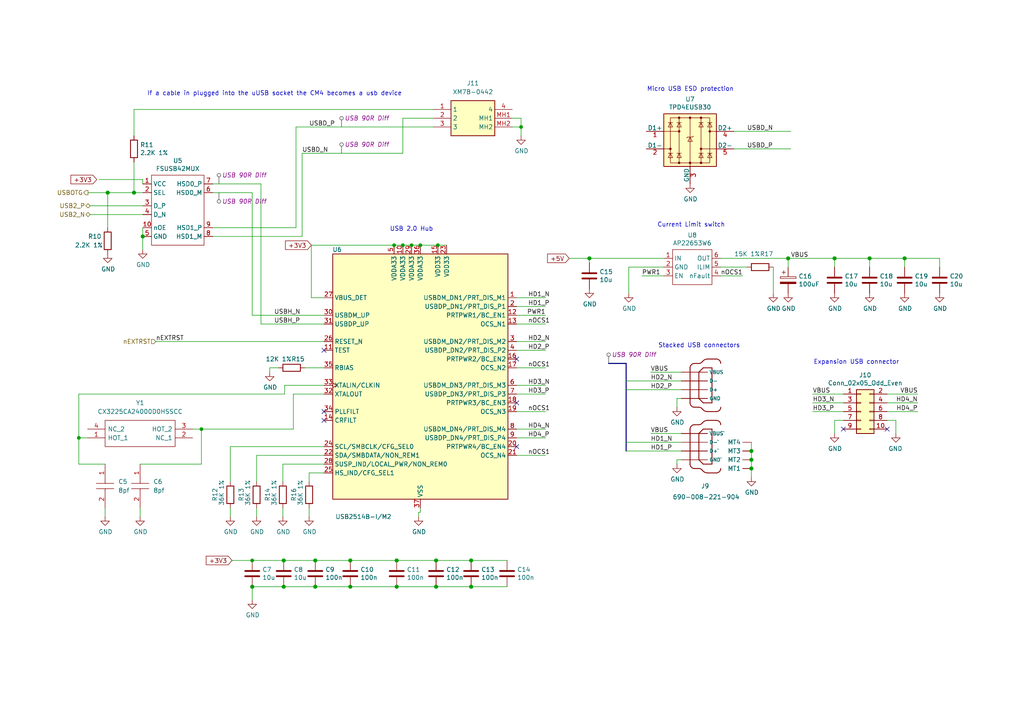
<source format=kicad_sch>
(kicad_sch (version 20230121) (generator eeschema)
  (paper "A4")
  (lib_symbols
    (symbol "CM4IO:AP2553W6"
      (property "Reference" "U" (at 3.81 -6.35 0))
      (property "Value" "AP2553W6" (at -3.81 -6.35 0))
      (symbol "AP2553W6_0_0"
        (pin power_in line (at -8.89 2.54 0) (length 2.54) (name "IN") (number "1"))
        (pin power_out line (at -8.89 0 0) (length 2.54) (name "GND") (number "2"))
        (pin input line (at -8.89 -2.54 0) (length 2.54) (name "EN") (number "3"))
        (pin open_collector line (at 7.62 -2.54 180) (length 2.54) (name "nFault") (number "4"))
        (pin passive line (at 7.62 0 180) (length 2.54) (name "ILIM") (number "5"))
        (pin power_out line (at 7.62 2.54 180) (length 2.54) (name "OUT") (number "6"))
      )
    )
    (symbol "CM4IO:FSUSB42MX"
      (property "Reference" "U" (at -7.62 20.32 0))
      (property "Value" "FSUSB42MX" (at -2.54 -2.54 0))
      (symbol "FSUSB42MX_0_0"
        (pin power_in line (at 8.89 16.51 180) (length 2.54) (name "VCC") (number "1"))
        (pin input line (at 8.89 3.81 180) (length 2.54) (name "nOE") (number "10"))
        (pin input line (at 8.89 13.97 180) (length 2.54) (name "SEL") (number "2"))
        (pin bidirectional line (at 8.89 10.16 180) (length 2.54) (name "D_P") (number "3"))
        (pin bidirectional line (at 8.89 7.62 180) (length 2.54) (name "D_N") (number "4"))
        (pin power_in line (at 8.89 1.27 180) (length 2.54) (name "GND") (number "5"))
        (pin bidirectional line (at -11.43 13.97 0) (length 2.54) (name "HSD0_M") (number "6"))
        (pin bidirectional line (at -11.43 16.51 0) (length 2.54) (name "HSD0_P") (number "7"))
        (pin bidirectional line (at -11.43 1.27 0) (length 2.54) (name "HSD1_M") (number "8"))
        (pin bidirectional line (at -11.43 3.81 0) (length 2.54) (name "HSD1_P") (number "9"))
      )
    )
    (symbol "CM4IO:TPD4EUSB30" (pin_names (offset 0))
      (property "Reference" "U" (at -0.635 8.89 0))
      (property "Value" "TPD4EUSB30" (at 8.89 -10.16 0))
      (symbol "TPD4EUSB30_1_1"
        (pin passive line (at -12.7 2.54 0) (length 5.08) (name "D1+") (number "1"))
        (pin passive line (at -12.7 2.54 0) (length 5.08) hide (name "~") (number "10"))
        (pin passive line (at -12.7 -2.54 0) (length 5.08) (name "D1-") (number "2"))
        (pin power_in line (at 0 -12.7 90) (length 5.08) (name "GND") (number "3"))
        (pin passive line (at 12.7 2.54 180) (length 5.08) (name "D2+") (number "4"))
        (pin passive line (at 12.7 -2.54 180) (length 5.08) (name "D2-") (number "5"))
        (pin passive line (at 12.7 -2.54 180) (length 5.08) hide (name "~") (number "6"))
        (pin passive line (at 12.7 2.54 180) (length 5.08) hide (name "~") (number "7"))
        (pin passive line (at 0 -12.7 90) (length 5.08) hide (name "GND") (number "8"))
        (pin passive line (at -12.7 -2.54 0) (length 5.08) hide (name "~") (number "9"))
      )
    )
    (symbol "CM4IO:USB_67298-4090" (pin_numbers hide)
      (property "Reference" "J" (at -5.08 21.6408 0))
      (property "Value" "USB_67298-4090" (at -5.08 -17.8054 0))
      (symbol "USB_67298-4090_0_0"
        (pin power_in line (at -7.62 -2.54 0) (length 7.62) (name "VBUS`") (number "1"))
        (pin passive line (at -7.62 -5.08 0) (length 7.62) (name "D-`") (number "2"))
        (pin passive line (at -7.62 -7.62 0) (length 7.62) (name "D+`") (number "3"))
        (pin power_in line (at -7.62 -10.16 0) (length 7.62) (name "GND`") (number "4"))
        (pin power_in line (at -7.62 15.24 0) (length 7.62) (name "VBUS") (number "5"))
        (pin passive line (at -7.62 12.7 0) (length 7.62) (name "D-") (number "6"))
        (pin passive line (at -7.62 10.16 0) (length 7.62) (name "D+") (number "7"))
        (pin power_in line (at -7.62 7.62 0) (length 7.62) (name "GND") (number "8"))
        (pin passive line (at 12.7 -12.7 180) (length 2.54) (name "MT1") (number "MT1"))
        (pin passive line (at 12.7 -10.16 180) (length 2.54) (name "MT2") (number "MT2"))
        (pin passive line (at 12.7 -7.62 180) (length 2.54) (name "MT3") (number "MT3"))
        (pin passive line (at 12.7 -5.08 180) (length 2.54) (name "MT4") (number "MT4"))
      )
    )
    (symbol "Connector_Generic:Conn_02x05_Odd_Even" (pin_names hide)
      (property "Reference" "J" (at 1.27 7.62 0))
      (property "Value" "Conn_02x05_Odd_Even" (at 1.27 -7.62 0))
      (symbol "Conn_02x05_Odd_Even_1_1"
        (pin passive line (at -5.08 5.08 0) (length 3.81) (name "Pin_1") (number "1"))
        (pin passive line (at 7.62 -5.08 180) (length 3.81) (name "Pin_10") (number "10"))
        (pin passive line (at 7.62 5.08 180) (length 3.81) (name "Pin_2") (number "2"))
        (pin passive line (at -5.08 2.54 0) (length 3.81) (name "Pin_3") (number "3"))
        (pin passive line (at 7.62 2.54 180) (length 3.81) (name "Pin_4") (number "4"))
        (pin passive line (at -5.08 0 0) (length 3.81) (name "Pin_5") (number "5"))
        (pin passive line (at 7.62 0 180) (length 3.81) (name "Pin_6") (number "6"))
        (pin passive line (at -5.08 -2.54 0) (length 3.81) (name "Pin_7") (number "7"))
        (pin passive line (at 7.62 -2.54 180) (length 3.81) (name "Pin_8") (number "8"))
        (pin passive line (at -5.08 -5.08 0) (length 3.81) (name "Pin_9") (number "9"))
      )
    )
    (symbol "Device:C" (pin_numbers hide) (pin_names (offset 0.254))
      (property "Reference" "C" (at 0.635 2.54 0))
      (property "Value" "C" (at 0.635 -2.54 0))
      (symbol "C_1_1"
        (pin passive line (at 0 3.81 270) (length 2.794) (name "~") (number "1"))
        (pin passive line (at 0 -3.81 90) (length 2.794) (name "~") (number "2"))
      )
    )
    (symbol "Device:CP" (pin_numbers hide) (pin_names (offset 0.254))
      (property "Reference" "C" (at 0.635 2.54 0))
      (property "Value" "CP" (at 0.635 -2.54 0))
      (symbol "CP_1_1"
        (pin passive line (at 0 3.81 270) (length 2.794) (name "~") (number "1"))
        (pin passive line (at 0 -3.81 90) (length 2.794) (name "~") (number "2"))
      )
    )
    (symbol "Device:R" (pin_numbers hide) (pin_names (offset 0))
      (property "Reference" "R" (at 2.032 0 90))
      (property "Value" "R" (at 0 0 90))
      (symbol "R_1_1"
        (pin passive line (at 0 3.81 270) (length 1.27) (name "~") (number "1"))
        (pin passive line (at 0 -3.81 90) (length 1.27) (name "~") (number "2"))
      )
    )
    (symbol "Interface_USB:USB2514B_Bi"
      (property "Reference" "U" (at -17.78 40.64 0))
      (property "Value" "USB2514B_Bi" (at -20.32 38.1 0))
      (symbol "USB2514B_Bi_1_1"
        (pin bidirectional line (at 27.94 22.86 180) (length 2.54) (name "USBDM_DN1/PRT_DIS_M1") (number "1"))
        (pin power_in line (at -5.08 38.1 270) (length 2.54) (name "VDDA33") (number "10"))
        (pin input line (at -27.94 7.62 0) (length 2.54) (name "TEST") (number "11"))
        (pin bidirectional line (at 27.94 17.78 180) (length 2.54) (name "PRTPWR1/BC_EN1") (number "12"))
        (pin input line (at 27.94 15.24 180) (length 2.54) (name "OCS_N1") (number "13"))
        (pin input line (at -27.94 -12.7 0) (length 2.54) (name "CRFILT") (number "14"))
        (pin power_in line (at 5.08 38.1 270) (length 2.54) (name "VDD33") (number "15"))
        (pin bidirectional line (at 27.94 5.08 180) (length 2.54) (name "PRTPWR2/BC_EN2") (number "16"))
        (pin input line (at 27.94 2.54 180) (length 2.54) (name "OCS_N2") (number "17"))
        (pin bidirectional line (at 27.94 -7.62 180) (length 2.54) (name "PRTPWR3/BC_EN3") (number "18"))
        (pin input line (at 27.94 -10.16 180) (length 2.54) (name "OCS_N3") (number "19"))
        (pin bidirectional line (at 27.94 20.32 180) (length 2.54) (name "USBDP_DN1/PRT_DIS_P1") (number "2"))
        (pin bidirectional line (at 27.94 -20.32 180) (length 2.54) (name "PRTPWR4/BC_EN4") (number "20"))
        (pin input line (at 27.94 -22.86 180) (length 2.54) (name "OCS_N4") (number "21"))
        (pin bidirectional line (at -27.94 -22.86 0) (length 2.54) (name "SDA/SMBDATA/NON_REM1") (number "22"))
        (pin power_in line (at 7.62 38.1 270) (length 2.54) (name "VDD33") (number "23"))
        (pin bidirectional line (at -27.94 -20.32 0) (length 2.54) (name "SCL/SMBCLK/CFG_SEL0") (number "24"))
        (pin bidirectional line (at -27.94 -27.94 0) (length 2.54) (name "HS_IND/CFG_SEL1") (number "25"))
        (pin input line (at -27.94 10.16 0) (length 2.54) (name "RESET_N") (number "26"))
        (pin input line (at -27.94 22.86 0) (length 2.54) (name "VBUS_DET") (number "27"))
        (pin bidirectional line (at -27.94 -25.4 0) (length 2.54) (name "SUSP_IND/LOCAL_PWR/NON_REM0") (number "28"))
        (pin power_in line (at -2.54 38.1 270) (length 2.54) (name "VDDA33") (number "29"))
        (pin bidirectional line (at 27.94 10.16 180) (length 2.54) (name "USBDM_DN2/PRT_DIS_M2") (number "3"))
        (pin bidirectional line (at -27.94 17.78 0) (length 2.54) (name "USBDM_UP") (number "30"))
        (pin bidirectional line (at -27.94 15.24 0) (length 2.54) (name "USBDP_UP") (number "31"))
        (pin output line (at -27.94 -5.08 0) (length 2.54) (name "XTALOUT") (number "32"))
        (pin input clock (at -27.94 -2.54 0) (length 2.54) (name "XTALIN/CLKIN") (number "33"))
        (pin input line (at -27.94 -10.16 0) (length 2.54) (name "PLLFILT") (number "34"))
        (pin input line (at -27.94 2.54 0) (length 2.54) (name "RBIAS") (number "35"))
        (pin power_in line (at 0 38.1 270) (length 2.54) (name "VDDA33") (number "36"))
        (pin power_in line (at 0 -38.1 90) (length 2.54) (name "VSS") (number "37"))
        (pin bidirectional line (at 27.94 7.62 180) (length 2.54) (name "USBDP_DN2/PRT_DIS_P2") (number "4"))
        (pin power_in line (at -7.62 38.1 270) (length 2.54) (name "VDDA33") (number "5"))
        (pin bidirectional line (at 27.94 -2.54 180) (length 2.54) (name "USBDM_DN3/PRT_DIS_M3") (number "6"))
        (pin bidirectional line (at 27.94 -5.08 180) (length 2.54) (name "USBDP_DN3/PRT_DIS_P3") (number "7"))
        (pin bidirectional line (at 27.94 -15.24 180) (length 2.54) (name "USBDM_DN4/PRT_DIS_M4") (number "8"))
        (pin bidirectional line (at 27.94 -17.78 180) (length 2.54) (name "USBDP_DN4/PRT_DIS_P4") (number "9"))
      )
    )
    (symbol "SamacSys_Parts:0402YA8R0DAT2A" (pin_names (offset 0.762))
      (property "Reference" "C" (at 8.89 6.35 0))
      (property "Value" "0402YA8R0DAT2A" (at 8.89 3.81 0))
      (symbol "0402YA8R0DAT2A_0_0"
        (pin passive line (at 0 0 0) (length 5.08) (name "~") (number "1"))
        (pin passive line (at 12.7 0 180) (length 5.08) (name "~") (number "2"))
      )
    )
    (symbol "SamacSys_Parts:CX3225CA24000D0HSSCC" (pin_names (offset 0.762))
      (property "Reference" "Y" (at 26.67 7.62 0))
      (property "Value" "CX3225CA24000D0HSSCC" (at 26.67 5.08 0))
      (symbol "CX3225CA24000D0HSSCC_0_0"
        (pin passive line (at 0 -2.54 0) (length 5.08) (name "HOT_1") (number "1"))
        (pin passive line (at 30.48 -2.54 180) (length 5.08) (name "NC_1") (number "2"))
        (pin passive line (at 30.48 0 180) (length 5.08) (name "HOT_2") (number "3"))
        (pin passive line (at 0 0 0) (length 5.08) (name "NC_2") (number "4"))
      )
    )
    (symbol "SamacSys_Parts:XM7B-0442"
      (property "Reference" "J" (at 19.05 7.62 0))
      (property "Value" "XM7B-0442" (at 19.05 5.08 0))
      (symbol "XM7B-0442_1_1"
        (pin passive line (at 0 0 0) (length 5.08) (name "1") (number "1"))
        (pin passive line (at 0 -2.54 0) (length 5.08) (name "2") (number "2"))
        (pin passive line (at 0 -5.08 0) (length 5.08) (name "3") (number "3"))
        (pin passive line (at 22.86 0 180) (length 5.08) (name "4") (number "4"))
        (pin passive line (at 22.86 -2.54 180) (length 5.08) (name "MH1") (number "MH1"))
        (pin passive line (at 22.86 -5.08 180) (length 5.08) (name "MH2") (number "MH2"))
      )
    )
    (symbol "power:GND" (power) (pin_names (offset 0))
      (property "Value" "GND" (at 0 -3.81 0))
      (symbol "GND_1_1"
        (pin power_in line (at 0 0 270) (length 0) hide (name "GND") (number "1"))
      )
    )
  )
  (junction (at 114.3 71.12))
  (junction (at 262.382 74.93) (diameter 1.016))
  (junction (at 119.38 71.12))
  (junction (at 170.942 74.93) (diameter 1.016))
  (junction (at 82.296 162.56) (diameter 1.016))
  (junction (at 121.92 71.12))
  (junction (at 115.062 170.18) (diameter 1.016))
  (junction (at 242.062 74.93) (diameter 1.016))
  (junction (at 217.932 133.35) (diameter 1.016))
  (junction (at 136.652 170.18) (diameter 1.016))
  (junction (at 41.402 68.58) (diameter 1.016))
  (junction (at 58.42 124.46))
  (junction (at 115.062 162.56) (diameter 1.016))
  (junction (at 31.242 55.88) (diameter 1.016))
  (junction (at 126.492 162.56) (diameter 1.016))
  (junction (at 228.6 74.93) (diameter 1.016))
  (junction (at 101.6 162.56) (diameter 1.016))
  (junction (at 22.86 127))
  (junction (at 136.652 162.56) (diameter 1.016))
  (junction (at 91.44 162.56) (diameter 1.016))
  (junction (at 73.152 170.18) (diameter 1.016))
  (junction (at 217.932 130.81) (diameter 1.016))
  (junction (at 126.492 170.18) (diameter 1.016))
  (junction (at 82.296 170.18) (diameter 1.016))
  (junction (at 38.862 55.88) (diameter 1.016))
  (junction (at 252.222 74.93) (diameter 1.016))
  (junction (at 217.932 135.89) (diameter 1.016))
  (junction (at 73.152 162.56))
  (junction (at 127 71.12))
  (junction (at 91.44 170.18) (diameter 1.016))
  (junction (at 151.13 36.83))
  (junction (at 116.84 71.12))
  (junction (at 101.6 170.18) (diameter 1.016))
  (no_connect (at 93.98 101.6))
  (no_connect (at 149.86 129.54))
  (no_connect (at 93.98 119.38))
  (no_connect (at 257.302 124.46))
  (no_connect (at 149.86 116.84))
  (no_connect (at 244.602 124.46))
  (no_connect (at 149.86 104.14))
  (no_connect (at 93.98 121.92))
  (wire (pts (xy 235.712 116.84) (xy 244.602 116.84)))
  (wire (pts (xy 242.062 77.47) (xy 242.062 74.93)))
  (wire (pts (xy 149.86 114.3) (xy 158.242 114.3)))
  (wire (pts (xy 228.6 74.93) (xy 242.062 74.93)))
  (wire (pts (xy 116.84 34.29) (xy 125.73 34.29)))
  (wire (pts (xy 61.722 66.04) (xy 85.852 66.04)))
  (wire (pts (xy 38.862 46.99) (xy 38.862 55.88)))
  (wire (pts (xy 209.042 74.93) (xy 228.6 74.93)))
  (wire (pts (xy 25.4 127) (xy 22.86 127)))
  (wire (pts (xy 74.422 147.32) (xy 74.422 149.86)))
  (wire (pts (xy 182.372 77.47) (xy 182.372 85.09)))
  (wire (pts (xy 28.702 52.07) (xy 41.402 52.07)))
  (wire (pts (xy 136.652 170.18) (xy 147.066 170.18)))
  (wire (pts (xy 82.042 139.7) (xy 82.042 134.62)))
  (wire (pts (xy 90.297 86.36) (xy 90.297 71.12)))
  (wire (pts (xy 45.212 99.06) (xy 93.98 99.06)))
  (wire (pts (xy 259.842 121.92) (xy 259.842 125.73)))
  (wire (pts (xy 136.652 162.56) (xy 147.066 162.56)))
  (wire (pts (xy 58.42 124.46) (xy 55.88 124.46)))
  (wire (pts (xy 209.042 80.01) (xy 215.392 80.01)))
  (bus (pts (xy 181.61 130.81) (xy 181.61 105.41)))
  (wire (pts (xy 91.44 170.18) (xy 101.6 170.18)))
  (wire (pts (xy 127 71.12) (xy 129.54 71.12)))
  (wire (pts (xy 228.6 74.93) (xy 228.6 77.47)))
  (wire (pts (xy 61.722 55.88) (xy 73.152 55.88)))
  (wire (pts (xy 149.86 99.06) (xy 158.242 99.06)))
  (wire (pts (xy 266.192 116.84) (xy 257.302 116.84)))
  (wire (pts (xy 149.86 124.46) (xy 158.242 124.46)))
  (wire (pts (xy 242.062 121.92) (xy 244.602 121.92)))
  (wire (pts (xy 188.722 125.73) (xy 197.612 125.73)))
  (wire (pts (xy 73.152 170.18) (xy 82.296 170.18)))
  (wire (pts (xy 101.6 170.18) (xy 115.062 170.18)))
  (wire (pts (xy 170.942 76.2) (xy 170.942 74.93)))
  (wire (pts (xy 85.852 36.83) (xy 125.73 36.83)))
  (wire (pts (xy 165.1 74.93) (xy 170.942 74.93)))
  (wire (pts (xy 80.772 106.68) (xy 78.232 106.68)))
  (wire (pts (xy 262.382 74.93) (xy 272.542 74.93)))
  (wire (pts (xy 257.302 121.92) (xy 259.842 121.92)))
  (wire (pts (xy 78.232 106.68) (xy 78.232 107.95)))
  (wire (pts (xy 121.92 147.32) (xy 121.92 148.59)))
  (wire (pts (xy 22.86 114.3) (xy 82.55 114.3)))
  (wire (pts (xy 149.86 101.6) (xy 158.242 101.6)))
  (wire (pts (xy 116.84 34.29) (xy 116.84 44.45)))
  (wire (pts (xy 149.86 119.38) (xy 158.242 119.38)))
  (wire (pts (xy 61.722 68.58) (xy 87.63 68.58)))
  (wire (pts (xy 235.712 119.38) (xy 244.602 119.38)))
  (wire (pts (xy 242.062 74.93) (xy 252.222 74.93)))
  (wire (pts (xy 90.297 71.12) (xy 114.3 71.12)))
  (bus (pts (xy 176.53 105.41) (xy 181.61 105.41)))
  (wire (pts (xy 93.98 114.3) (xy 85.09 114.3)))
  (wire (pts (xy 119.38 71.12) (xy 121.92 71.12)))
  (wire (pts (xy 75.692 93.98) (xy 93.98 93.98)))
  (wire (pts (xy 91.44 162.56) (xy 101.6 162.56)))
  (wire (pts (xy 38.862 55.88) (xy 31.242 55.88)))
  (wire (pts (xy 74.422 132.08) (xy 93.98 132.08)))
  (wire (pts (xy 38.862 31.75) (xy 125.73 31.75)))
  (wire (pts (xy 26.162 59.69) (xy 41.402 59.69)))
  (wire (pts (xy 82.55 111.76) (xy 93.98 111.76)))
  (wire (pts (xy 209.042 77.47) (xy 216.662 77.47)))
  (wire (pts (xy 66.802 147.32) (xy 66.802 149.86)))
  (wire (pts (xy 151.13 39.37) (xy 151.13 36.83)))
  (wire (pts (xy 197.612 115.57) (xy 196.342 115.57)))
  (wire (pts (xy 272.542 77.47) (xy 272.542 74.93)))
  (wire (pts (xy 58.42 134.62) (xy 58.42 124.46)))
  (wire (pts (xy 252.222 74.93) (xy 252.222 77.47)))
  (wire (pts (xy 181.61 128.27) (xy 197.612 128.27)))
  (wire (pts (xy 85.09 114.3) (xy 85.09 124.46)))
  (wire (pts (xy 38.862 39.37) (xy 38.862 31.75)))
  (wire (pts (xy 197.612 133.35) (xy 196.342 133.35)))
  (wire (pts (xy 41.402 53.34) (xy 41.402 52.07)))
  (wire (pts (xy 149.86 111.76) (xy 158.242 111.76)))
  (wire (pts (xy 266.192 119.38) (xy 257.302 119.38)))
  (wire (pts (xy 93.98 91.44) (xy 73.152 91.44)))
  (wire (pts (xy 149.86 106.68) (xy 158.242 106.68)))
  (wire (pts (xy 181.61 110.49) (xy 197.612 110.49)))
  (wire (pts (xy 82.296 162.56) (xy 91.44 162.56)))
  (wire (pts (xy 85.852 66.04) (xy 85.852 36.83)))
  (wire (pts (xy 252.222 74.93) (xy 262.382 74.93)))
  (wire (pts (xy 196.342 133.35) (xy 196.342 134.62)))
  (wire (pts (xy 149.86 86.36) (xy 158.242 86.36)))
  (wire (pts (xy 196.342 115.57) (xy 196.342 118.11)))
  (wire (pts (xy 82.55 114.3) (xy 82.55 111.76)))
  (wire (pts (xy 89.662 137.16) (xy 93.98 137.16)))
  (wire (pts (xy 149.86 132.08) (xy 158.242 132.08)))
  (wire (pts (xy 115.062 162.56) (xy 126.492 162.56)))
  (wire (pts (xy 89.662 139.7) (xy 89.662 137.16)))
  (wire (pts (xy 115.062 170.18) (xy 126.492 170.18)))
  (wire (pts (xy 66.802 139.7) (xy 66.802 129.54)))
  (wire (pts (xy 89.662 147.32) (xy 89.662 149.86)))
  (wire (pts (xy 212.852 38.1) (xy 229.362 38.1)))
  (wire (pts (xy 73.152 173.99) (xy 73.152 170.18)))
  (wire (pts (xy 266.192 114.3) (xy 257.302 114.3)))
  (wire (pts (xy 217.932 135.89) (xy 217.932 138.43)))
  (wire (pts (xy 181.61 130.81) (xy 197.612 130.81)))
  (wire (pts (xy 114.3 71.12) (xy 116.84 71.12)))
  (wire (pts (xy 82.042 147.32) (xy 82.042 149.86)))
  (wire (pts (xy 74.422 139.7) (xy 74.422 132.08)))
  (wire (pts (xy 212.852 43.18) (xy 229.362 43.18)))
  (wire (pts (xy 73.152 55.88) (xy 73.152 91.44)))
  (wire (pts (xy 181.61 113.03) (xy 197.612 113.03)))
  (wire (pts (xy 75.692 53.34) (xy 75.692 93.98)))
  (wire (pts (xy 85.09 124.46) (xy 58.42 124.46)))
  (wire (pts (xy 186.182 80.01) (xy 192.532 80.01)))
  (wire (pts (xy 170.942 74.93) (xy 192.532 74.93)))
  (wire (pts (xy 26.162 62.23) (xy 41.402 62.23)))
  (wire (pts (xy 87.63 68.58) (xy 87.63 44.45)))
  (wire (pts (xy 149.86 91.44) (xy 158.242 91.44)))
  (wire (pts (xy 116.84 71.12) (xy 119.38 71.12)))
  (wire (pts (xy 235.712 114.3) (xy 244.602 114.3)))
  (wire (pts (xy 149.86 88.9) (xy 158.242 88.9)))
  (wire (pts (xy 262.382 74.93) (xy 262.382 77.47)))
  (wire (pts (xy 149.86 127) (xy 158.242 127)))
  (wire (pts (xy 87.63 44.45) (xy 116.84 44.45)))
  (wire (pts (xy 40.64 147.32) (xy 40.64 149.86)))
  (wire (pts (xy 41.402 68.58) (xy 41.402 72.39)))
  (wire (pts (xy 121.412 148.59) (xy 121.412 149.86)))
  (wire (pts (xy 67.31 162.56) (xy 73.152 162.56)))
  (wire (pts (xy 82.042 134.62) (xy 93.98 134.62)))
  (wire (pts (xy 121.92 71.12) (xy 127 71.12)))
  (wire (pts (xy 40.64 134.62) (xy 58.42 134.62)))
  (wire (pts (xy 41.402 55.88) (xy 38.862 55.88)))
  (wire (pts (xy 192.532 77.47) (xy 182.372 77.47)))
  (wire (pts (xy 151.13 34.29) (xy 148.59 34.29)))
  (wire (pts (xy 25.527 55.88) (xy 31.242 55.88)))
  (wire (pts (xy 73.152 162.56) (xy 82.296 162.56)))
  (wire (pts (xy 30.48 147.32) (xy 30.48 149.86)))
  (wire (pts (xy 22.86 127) (xy 22.86 114.3)))
  (wire (pts (xy 31.242 55.88) (xy 31.242 66.04)))
  (wire (pts (xy 148.59 36.83) (xy 151.13 36.83)))
  (wire (pts (xy 22.86 134.62) (xy 22.86 127)))
  (wire (pts (xy 30.48 134.62) (xy 22.86 134.62)))
  (wire (pts (xy 82.296 170.18) (xy 91.44 170.18)))
  (wire (pts (xy 88.392 106.68) (xy 93.98 106.68)))
  (wire (pts (xy 61.722 53.34) (xy 75.692 53.34)))
  (wire (pts (xy 217.932 130.81) (xy 217.932 133.35)))
  (wire (pts (xy 149.86 93.98) (xy 158.242 93.98)))
  (wire (pts (xy 41.402 66.04) (xy 41.402 68.58)))
  (wire (pts (xy 151.13 36.83) (xy 151.13 34.29)))
  (wire (pts (xy 121.92 148.59) (xy 121.412 148.59)))
  (wire (pts (xy 217.932 133.35) (xy 217.932 135.89)))
  (wire (pts (xy 217.932 128.27) (xy 217.932 130.81)))
  (wire (pts (xy 224.282 77.47) (xy 224.282 85.09)))
  (wire (pts (xy 93.98 86.36) (xy 90.297 86.36)))
  (wire (pts (xy 242.062 121.92) (xy 242.062 125.73)))
  (wire (pts (xy 126.492 162.56) (xy 136.652 162.56)))
  (wire (pts (xy 66.802 129.54) (xy 93.98 129.54)))
  (wire (pts (xy 101.6 162.56) (xy 115.062 162.56)))
  (wire (pts (xy 126.492 170.18) (xy 136.652 170.18)))
  (wire (pts (xy 188.722 107.95) (xy 197.612 107.95)))
  (text "Current Limit switch" (at 210.312 66.04 0) (effects (font (size 1.27 1.27)) (justify right bottom)))
  (text "If a cable in plugged into the uUSB socket the CM4 becomes a usb device" (at 42.672 27.94 0) (effects (font (size 1.27 1.27)) (justify left bottom)))
  (text "USB 2.0 Hub" (at 125.6538 67.2592 0) (effects (font (size 1.27 1.27)) (justify right bottom)))
  (text "Micro USB ESD protection" (at 212.852 26.67 0) (effects (font (size 1.27 1.27)) (justify right bottom)))
  (text "Stacked USB connectors" (at 214.6808 101.0412 0) (effects (font (size 1.27 1.27)) (justify right bottom)))
  (text "Expansion USB connector" (at 260.8326 105.8418 0) (effects (font (size 1.27 1.27)) (justify right bottom)))
  (label "HD3_N" (at 153.162 111.76 0))
  (label "USBH_N" (at 79.502 91.44 0))
  (label "HD4_N" (at 153.162 124.46 0))
  (label "VBUS" (at 188.722 107.95 0))
  (label "VBUS" (at 235.712 114.3 0))
  (label "PWR1" (at 158.242 91.44 180))
  (label "HD2_N" (at 188.722 110.49 0))
  (label "PWR1" (at 186.182 80.01 0))
  (label "HD1_P" (at 188.722 130.81 0))
  (label "nOCS1" (at 153.162 132.08 0))
  (label "HD1_P" (at 153.162 88.9 0))
  (label "VBUS" (at 266.192 114.3 180))
  (label "VBUS" (at 229.362 74.93 0))
  (label "USBD_P" (at 89.662 36.83 0))
  (label "USBH_P" (at 79.502 93.98 0))
  (label "HD4_N" (at 266.192 116.84 180))
  (label "USBD_N" (at 87.63 44.45 0))
  (label "HD3_P" (at 235.712 119.38 0))
  (label "HD4_P" (at 153.162 127 0))
  (label "HD2_P" (at 153.162 101.6 0))
  (label "nOCS1" (at 153.162 93.98 0))
  (label "nOCS1" (at 153.162 119.38 0))
  (label "HD1_N" (at 153.162 86.36 0))
  (label "USBD_N" (at 216.662 38.1 0))
  (label "nOCS1" (at 209.042 80.01 0))
  (label "nOCS1" (at 153.162 106.68 0))
  (label "HD3_P" (at 153.162 114.3 0))
  (label "HD2_P" (at 188.722 113.03 0))
  (label "HD2_N" (at 153.162 99.06 0))
  (label "VBUS" (at 188.722 125.73 0))
  (label "HD4_P" (at 266.192 119.38 180))
  (label "USBD_P" (at 216.662 43.18 0))
  (label "nEXTRST" (at 45.212 99.06 0))
  (label "HD1_N" (at 188.722 128.27 0))
  (label "HD3_N" (at 235.712 116.84 0))
  (global_label "+5V" (shape input) (at 165.1 74.93 180) (property "Intersheetrefs" "${INTERSHEET_REFS}" (effects hide)))
  (global_label "+3V3" (shape input) (at 28.067 52.07 180) (property "Intersheetrefs" "${INTERSHEET_REFS}" (effects hide)))
  (global_label "+3V3" (shape input) (at 67.31 162.56 180) (property "Intersheetrefs" "${INTERSHEET_REFS}" (effects hide)))
  (global_label "+3V3" (shape input) (at 90.297 71.12 180) (property "Intersheetrefs" "${INTERSHEET_REFS}" (effects hide)))
  (hierarchical_label "USB2_N" (shape bidirectional) (at 26.162 62.23 180))
  (hierarchical_label "nEXTRST" (shape input) (at 45.212 99.06 180))
  (hierarchical_label "USB2_P" (shape bidirectional) (at 26.162 59.69 180))
  (hierarchical_label "USBOTG" (shape output) (at 25.527 55.88 180))
  (netclass_flag "" (length 2.54) (shape round) (at 99.06 44.45 0) (property "Netclass" "USB 90R Diff" (at 99.949 41.91 0) (effects (font italic) (justify left))))
  (netclass_flag "" (length 2.54) (shape round) (at 63.5 53.34 0) (property "Netclass" "USB 90R Diff" (at 64.389 50.8 0) (effects (font italic) (justify left))))
  (netclass_flag "" (length 2.54) (shape round) (at 176.53 105.41 0) (property "Netclass" "USB 90R Diff" (at 177.419 102.87 0) (effects (font italic) (justify left))))
  (netclass_flag "" (length 2.54) (shape round) (at 99.06 36.83 0) (property "Netclass" "USB 90R Diff" (at 99.949 34.29 0) (effects (font italic) (justify left))))
  (netclass_flag "" (length 2.54) (shape round) (at 63.5 55.88 180) (property "Netclass" "USB 90R Diff" (at 64.389 58.42 0) (effects (font italic) (justify left))))
  (symbol (lib_id "Device:R") (at 31.242 69.85 0) (unit 1)
    (property "Reference" "R10" (at 25.527 68.58 0) (effects (justify left)))
    (property "Value" "2.2K 1%" (at 21.717 71.12 0) (effects (justify left)))
    (property "Footprint" "Resistor_SMD:R_0402_1005Metric" (effects hide))
    (property "Datasheet" "https://fscdn.rohm.com/en/products/databook/datasheet/passive/resistor/chip_resistor/mcr-e.pdf" (effects hide))
    (property "Field4" "Farnell" (effects hide))
    (property "Field5" "9239278" (effects hide))
    (property "Field7" "KOA EUROPE GMBH" (effects hide))
    (property "Field6" "RK73G1ETQTP2201D         " (effects hide))
    (property "Part Description" "Resistor 2.2K M1005 1% 63mW" (effects hide))
    (property "Field8" "120889581" (effects hide))
    (instances (project "rpi-cm4-base-carrier" (path "" (reference "R10") (unit 1))) (project "CM4IOv5" (path "" (reference "R11") (unit 1))))
  )
  (symbol (lib_id "power:GND") (at 78.232 107.95 0) (unit 1)
    (property "Reference" "#PWR030" (effects hide))
    (property "Value" "GND" (at 78.359 112.3442 0))
    (instances (project "rpi-cm4-base-carrier" (path "" (reference "#PWR030") (unit 1))) (project "CM4IOv5" (path "" (reference "#PWR010") (unit 1))))
  )
  (symbol (lib_id "Device:R") (at 82.042 143.51 0) (unit 1)
    (property "Reference" "R14" (at 77.597 145.415 90) (effects (justify left)))
    (property "Value" "36K 1%" (at 79.502 146.685 90) (effects (justify left)))
    (property "Footprint" "Resistor_SMD:R_0402_1005Metric" (effects hide))
    (property "Datasheet" "https://fscdn.rohm.com/en/products/databook/datasheet/passive/resistor/chip_resistor/mcr-e.pdf" (effects hide))
    (property "Field4" "Farnell" (effects hide))
    (property "Field5" "1458788" (effects hide))
    (property "Field7" "Rohm" (effects hide))
    (property "Field6" "MCR01MZPF3602" (effects hide))
    (property "Part Description" "Resistor 36K M1005 1% 63mW" (effects hide))
  )
  (symbol (lib_id "power:GND") (at 30.48 149.86 0) (unit 1)
    (property "Reference" "#PWR023" (effects hide))
    (property "Value" "GND" (at 30.607 154.2542 0))
    (instances (project "rpi-cm4-base-carrier" (path "" (reference "#PWR023") (unit 1))) (project "CM4IOv5" (path "" (reference "#PWR08") (unit 1))))
  )
  (symbol (lib_id "power:GND") (at 66.802 149.86 0) (unit 1)
    (property "Reference" "#PWR027" (effects hide))
    (property "Value" "GND" (at 66.929 154.2542 0))
    (instances (project "rpi-cm4-base-carrier" (path "" (reference "#PWR027") (unit 1))) (project "CM4IOv5" (path "" (reference "#PWR08") (unit 1))))
  )
  (symbol (lib_id "power:GND") (at 252.222 85.09 0) (unit 1)
    (property "Reference" "#PWR045" (effects hide))
    (property "Value" "GND" (at 252.349 89.4842 0))
    (instances (project "rpi-cm4-base-carrier" (path "" (reference "#PWR045") (unit 1))) (project "CM4IOv5" (path "" (reference "#PWR018") (unit 1))))
  )
  (symbol (lib_id "power:GND") (at 74.422 149.86 0) (unit 1)
    (property "Reference" "#PWR029" (effects hide))
    (property "Value" "GND" (at 74.549 154.2542 0))
    (instances (project "rpi-cm4-base-carrier" (path "" (reference "#PWR029") (unit 1))) (project "CM4IOv5" (path "" (reference "#PWR09") (unit 1))))
  )
  (symbol (lib_id "Device:C") (at 170.942 80.01 0) (unit 1)
    (property "Reference" "C15" (at 173.863 78.8416 0) (effects (justify left)))
    (property "Value" "10u" (at 173.863 81.153 0) (effects (justify left)))
    (property "Footprint" "Capacitor_SMD:C_0805_2012Metric" (effects hide))
    (property "Datasheet" "https://search.murata.co.jp/Ceramy/image/img/A01X/G101/ENG/GRM21BR71A106KA73-01.pdf" (effects hide))
    (property "Field5" "490-14381-1-ND" (effects hide))
    (property "Field4" "Digikey" (effects hide))
    (property "Field6" "GRM21BR71A106KA73L" (effects hide))
    (property "Field7" "Murata" (effects hide))
    (property "Part Description" "	10uF 10% 10V Ceramic Capacitor X7R 0805 (2012 Metric)" (effects hide))
    (property "Field8" "111893011" (effects hide))
    (instances (project "rpi-cm4-base-carrier" (path "" (reference "C15") (unit 1))) (project "CM4IOv5" (path "" (reference "C2") (unit 1))))
  )
  (symbol (lib_id "power:GND") (at 82.042 149.86 0) (unit 1)
    (property "Reference" "#PWR031" (effects hide))
    (property "Value" "GND" (at 82.169 154.2542 0))
    (instances (project "rpi-cm4-base-carrier" (path "" (reference "#PWR031") (unit 1))) (project "CM4IOv5" (path "" (reference "#PWR011") (unit 1))))
  )
  (symbol (lib_id "power:GND") (at 224.282 85.09 0) (unit 1)
    (property "Reference" "#PWR041" (effects hide))
    (property "Value" "GND" (at 224.409 89.4842 0))
    (instances (project "rpi-cm4-base-carrier" (path "" (reference "#PWR041") (unit 1))) (project "CM4IOv5" (path "" (reference "#PWR019") (unit 1))))
  )
  (symbol (lib_id "power:GND") (at 73.152 173.99 0) (unit 1)
    (property "Reference" "#PWR028" (effects hide))
    (property "Value" "GND" (at 73.279 178.3842 0))
    (instances (project "rpi-cm4-base-carrier" (path "" (reference "#PWR028") (unit 1))) (project "CM4IOv5" (path "" (reference "#PWR06") (unit 1))))
  )
  (symbol (lib_id "Device:R") (at 66.802 143.51 0) (unit 1)
    (property "Reference" "R12" (at 62.357 145.415 90) (effects (justify left)))
    (property "Value" "36K 1%" (at 64.262 146.685 90) (effects (justify left)))
    (property "Footprint" "Resistor_SMD:R_0402_1005Metric" (effects hide))
    (property "Datasheet" "https://fscdn.rohm.com/en/products/databook/datasheet/passive/resistor/chip_resistor/mcr-e.pdf" (effects hide))
    (property "Field4" "Farnell" (effects hide))
    (property "Field5" "1458788" (effects hide))
    (property "Field7" "Rohm" (effects hide))
    (property "Field6" "MCR01MZPF3602" (effects hide))
    (property "Part Description" "Resistor 36K M1005 1% 63mW" (effects hide))
  )
  (symbol (lib_id "SamacSys_Parts:CX3225CA24000D0HSSCC") (at 25.4 124.46 0) (unit 1)
    (property "Reference" "Y1" (at 40.64 116.84 0))
    (property "Value" "CX3225CA24000D0HSSCC" (at 40.64 119.38 0))
    (property "Footprint" "SamacSys_Parts:CX3225CA24000D0HSSCC" (effects hide))
    (property "Datasheet" "https://componentsearchengine.com/Datasheets/1/CX3225CA24000D0HSSCC.pdf" (effects hide))
    (property "Description" "Crystals AEC-Q200 24000kHz 8pF 3.2x2.5mm" (effects hide))
    (property "Height" "0.9" (effects hide))
    (property "Mouser Part Number" "581-CX3225CA24DHSSCC" (effects hide))
    (property "Mouser Price/Stock" "https://www.mouser.co.uk/ProductDetail/KYOCERA-AVX/CX3225CA24000D0HSSCC?qs=k8ubvZJoN9BxVHJSXYbeiA%3D%3D" (effects hide))
    (property "Manufacturer_Name" "KYOCERA" (effects hide))
    (property "Manufacturer_Part_Number" "CX3225CA24000D0HSSCC" (effects hide))
  )
  (symbol (lib_id "Device:R") (at 220.472 77.47 90) (unit 1)
    (property "Reference" "R17" (at 224.282 73.66 90) (effects (justify left)))
    (property "Value" "15K 1%" (at 220.472 73.66 90) (effects (justify left)))
    (property "Footprint" "Resistor_SMD:R_0402_1005Metric" (effects hide))
    (property "Datasheet" "https://fscdn.rohm.com/en/products/databook/datasheet/passive/resistor/chip_resistor/mcr-e.pdf" (effects hide))
    (property "Field4" "Farnell" (effects hide))
    (property "Field5" "9239375" (effects hide))
    (property "Field6" "MCR01MZPF1502" (effects hide))
    (property "Field7" "Rohm" (effects hide))
    (property "Part Description" "Resistor 15K M1005 1% 63mW" (effects hide))
    (property "Field8" "120891581" (effects hide))
    (instances (project "rpi-cm4-base-carrier" (path "" (reference "R17") (unit 1))) (project "CM4IOv5" (path "" (reference "R36") (unit 1))))
  )
  (symbol (lib_id "Device:CP") (at 228.6 81.28 0) (unit 1)
    (property "Reference" "C16" (at 231.5972 80.137 0) (effects (justify left)))
    (property "Value" "100uF" (at 231.5972 82.423 0) (effects (justify left)))
    (property "Footprint" "Capacitor_Tantalum_SMD:CP_EIA-7343-31_Kemet-D" (effects hide))
    (property "Field4" "Mouser" (effects hide))
    (property "Field5" "667-EEF-CX0J101R" (effects hide))
    (property "Part Description" "Capacitor, SP-Cap, 100u, 6.3V, 15mR ESR" (effects hide))
  )
  (symbol (lib_id "power:GND") (at 151.13 39.37 0) (unit 1)
    (property "Reference" "#PWR034" (effects hide))
    (property "Value" "GND" (at 151.257 43.7642 0))
    (instances (project "rpi-cm4-base-carrier" (path "" (reference "#PWR034") (unit 1))) (project "CM4IOv5" (path "" (reference "#PWR013") (unit 1))))
  )
  (symbol (lib_id "Device:C") (at 262.382 81.28 0) (unit 1)
    (property "Reference" "C19" (at 265.303 80.1116 0) (effects (justify left)))
    (property "Value" "10u" (at 265.303 82.423 0) (effects (justify left)))
    (property "Footprint" "Capacitor_SMD:C_0805_2012Metric" (effects hide))
    (property "Datasheet" "https://search.murata.co.jp/Ceramy/image/img/A01X/G101/ENG/GRM21BR71A106KA73-01.pdf" (effects hide))
    (property "Field5" "490-14381-1-ND" (effects hide))
    (property "Field4" "Digikey" (effects hide))
    (property "Field6" "GRM21BR71A106KA73L" (effects hide))
    (property "Field7" "Murata" (effects hide))
    (property "Part Description" "	10uF 10% 10V Ceramic Capacitor X7R 0805 (2012 Metric)" (effects hide))
    (property "Field8" "111893011" (effects hide))
    (instances (project "rpi-cm4-base-carrier" (path "" (reference "C19") (unit 1))) (project "CM4IOv5" (path "" (reference "C21") (unit 1))))
  )
  (symbol (lib_id "SamacSys_Parts:0402YA8R0DAT2A") (at 30.48 134.62 270) (unit 1)
    (property "Reference" "C5" (at 34.29 139.7 90) (effects (justify left)))
    (property "Value" "8pf" (at 34.29 142.24 90) (effects (justify left)))
    (property "Footprint" "SamacSys_Parts:CAPC1005X56N" (effects hide))
    (property "Description" "Multilayer Ceramic Capacitors MLCC - SMD/SMT 16V 8pF C0G 0402 .5pF Tol" (effects hide))
    (property "Height" "0.56" (effects hide))
    (property "Mouser Part Number" "581-0402YA8R0DAT2A" (effects hide))
    (property "Mouser Price/Stock" "https://www.mouser.co.uk/ProductDetail/AVX/0402YA8R0DAT2A?qs=cnDM9bjyeUgb33j4CSRbcA%3D%3D" (effects hide))
    (property "Manufacturer_Name" "AVX" (effects hide))
    (property "Manufacturer_Part_Number" "0402YA8R0DAT2A" (effects hide))
  )
  (symbol (lib_id "Device:C") (at 126.492 166.37 0) (unit 1)
    (property "Reference" "C12" (at 129.413 165.2016 0) (effects (justify left)))
    (property "Value" "100n" (at 129.413 167.513 0) (effects (justify left)))
    (property "Footprint" "Capacitor_SMD:C_0402_1005Metric" (effects hide))
    (property "Datasheet" "https://search.murata.co.jp/Ceramy/image/img/A01X/G101/ENG/GRM155R71C104KA88-01.pdf" (effects hide))
    (property "Field4" "Farnell" (effects hide))
    (property "Field5" "2611911" (effects hide))
    (property "Field6" "RM EMK105 B7104KV-F" (effects hide))
    (property "Field7" "TAIYO YUDEN EUROPE GMBH" (effects hide))
    (property "Part Description" "	0.1uF 10% 16V Ceramic Capacitor X7R 0402 (1005 Metric)" (effects hide))
    (property "Field8" "110091611" (effects hide))
    (instances (project "rpi-cm4-base-carrier" (path "" (reference "C12") (unit 1))) (project "CM4IOv5" (path "" (reference "C14") (unit 1))))
  )
  (symbol (lib_id "power:GND") (at 182.372 85.09 0) (unit 1)
    (property "Reference" "#PWR036" (effects hide))
    (property "Value" "GND" (at 182.499 89.4842 0))
    (instances (project "rpi-cm4-base-carrier" (path "" (reference "#PWR036") (unit 1))) (project "CM4IOv5" (path "" (reference "#PWR014") (unit 1))))
  )
  (symbol (lib_id "SamacSys_Parts:XM7B-0442") (at 125.73 31.75 0) (unit 1)
    (property "Reference" "J11" (at 137.16 24.13 0))
    (property "Value" "XM7B-0442" (at 137.16 26.67 0))
    (property "Footprint" "XM7B0442" (effects hide))
    (property "Datasheet" "https://omronfs.omron.com/en_US/ecb/products/pdf/en-xm7.pdf" (effects hide))
    (property "Height" "11" (effects hide))
    (property "Mouser Part Number" "653-XM7B-0442" (effects hide))
    (property "Mouser Price/Stock" "https://www.mouser.co.uk/ProductDetail/Omron-Electronics/XM7B-0442?qs=WOBxwZpV8jUJiptluSejGA%3D%3D" (effects hide))
    (property "Manufacturer_Name" "Omron Electronics" (effects hide))
    (property "Manufacturer_Part_Number" "XM7B-0442" (effects hide))
  )
  (symbol (lib_id "power:GND") (at 89.662 149.86 0) (unit 1)
    (property "Reference" "#PWR032" (effects hide))
    (property "Value" "GND" (at 89.789 154.2542 0))
    (instances (project "rpi-cm4-base-carrier" (path "" (reference "#PWR032") (unit 1))) (project "CM4IOv5" (path "" (reference "#PWR012") (unit 1))))
  )
  (symbol (lib_id "power:GND") (at 259.842 125.73 0) (mirror y) (unit 1)
    (property "Reference" "#PWR046" (effects hide))
    (property "Value" "GND" (at 259.715 130.1242 0))
    (instances (project "rpi-cm4-base-carrier" (path "" (reference "#PWR046") (unit 1))) (project "CM4IOv5" (path "" (reference "#PWR026") (unit 1))))
  )
  (symbol (lib_id "power:GND") (at 196.342 134.62 0) (unit 1)
    (property "Reference" "#PWR038" (effects hide))
    (property "Value" "GND" (at 196.469 139.0142 0))
    (instances (project "rpi-cm4-base-carrier" (path "" (reference "#PWR038") (unit 1))) (project "CM4IOv5" (path "" (reference "#PWR024") (unit 1))))
  )
  (symbol (lib_id "CM4IO:AP2553W6") (at 201.422 77.47 0) (unit 1)
    (property "Reference" "U8" (at 200.787 68.199 0))
    (property "Value" "AP22653W6" (at 200.787 70.5104 0))
    (property "Footprint" "Package_TO_SOT_SMD:SOT-23-6" (effects hide))
    (property "Datasheet" "https://www.diodes.com/assets/Datasheets/AP255x.pdf" (effects hide))
    (property "Field4" "Digikey" (effects hide))
    (property "Field5" "	31-AP22653W6-7CT-ND" (effects hide))
    (property "Field6" "AP22653W6" (effects hide))
    (property "Field7" "Diodes" (effects hide))
    (property "Part Description" "	Power Switch/Driver 1:1 P-Channel 2.1A SOT-23-6" (effects hide))
    (instances (project "rpi-cm4-base-carrier" (path "" (reference "U8") (unit 1))) (project "CM4IOv5" (path "" (reference "U7") (unit 1))))
  )
  (symbol (lib_id "Device:C") (at 82.296 166.37 0) (unit 1)
    (property "Reference" "C8" (at 85.217 165.2016 0) (effects (justify left)))
    (property "Value" "10u" (at 85.217 167.513 0) (effects (justify left)))
    (property "Footprint" "Capacitor_SMD:C_0805_2012Metric" (effects hide))
    (property "Datasheet" "https://search.murata.co.jp/Ceramy/image/img/A01X/G101/ENG/GRM21BR71A106KA73-01.pdf" (effects hide))
    (property "Field5" "490-14381-1-ND" (effects hide))
    (property "Field4" "Digikey" (effects hide))
    (property "Field6" "GRM21BR71A106KA73L" (effects hide))
    (property "Field7" "Murata" (effects hide))
    (property "Part Description" "	10uF 10% 10V Ceramic Capacitor X7R 0805 (2012 Metric)" (effects hide))
    (property "Field8" "111893011" (effects hide))
    (instances (project "rpi-cm4-base-carrier" (path "" (reference "C8") (unit 1))) (project "CM4IOv5" (path "" (reference "C10") (unit 1))))
  )
  (symbol (lib_id "Device:C") (at 252.222 81.28 0) (unit 1)
    (property "Reference" "C18" (at 255.143 80.1116 0) (effects (justify left)))
    (property "Value" "10u" (at 255.143 82.423 0) (effects (justify left)))
    (property "Footprint" "Capacitor_SMD:C_0805_2012Metric" (effects hide))
    (property "Datasheet" "https://search.murata.co.jp/Ceramy/image/img/A01X/G101/ENG/GRM21BR71A106KA73-01.pdf" (effects hide))
    (property "Field5" "490-14381-1-ND" (effects hide))
    (property "Field4" "Digikey" (effects hide))
    (property "Field6" "GRM21BR71A106KA73L" (effects hide))
    (property "Field7" "Murata" (effects hide))
    (property "Part Description" "	10uF 10% 10V Ceramic Capacitor X7R 0805 (2012 Metric)" (effects hide))
    (property "Field8" "111893011" (effects hide))
    (instances (project "rpi-cm4-base-carrier" (path "" (reference "C18") (unit 1))) (project "CM4IOv5" (path "" (reference "C17") (unit 1))))
  )
  (symbol (lib_id "power:GND") (at 170.942 83.82 0) (unit 1)
    (property "Reference" "#PWR035" (effects hide))
    (property "Value" "GND" (at 171.069 88.2142 0))
    (instances (project "rpi-cm4-base-carrier" (path "" (reference "#PWR035") (unit 1))) (project "CM4IOv5" (path "" (reference "#PWR017") (unit 1))))
  )
  (symbol (lib_id "Device:R") (at 84.582 106.68 90) (unit 1)
    (property "Reference" "R15" (at 88.392 104.14 90) (effects (justify left)))
    (property "Value" "12K 1%" (at 84.582 104.14 90) (effects (justify left)))
    (property "Footprint" "Resistor_SMD:R_0402_1005Metric" (effects hide))
    (property "Datasheet" "https://fscdn.rohm.com/en/products/databook/datasheet/passive/resistor/chip_resistor/mcr-e.pdf" (effects hide))
    (property "Field4" "Farnell" (effects hide))
    (property "Field5" "9239367" (effects hide))
    (property "Field7" "Rohm" (effects hide))
    (property "Field6" "MCR01MZPF1202" (effects hide))
    (property "Part Description" "Resistor 12K M1005 1% 63mW" (effects hide))
  )
  (symbol (lib_id "power:GND") (at 272.542 85.09 0) (unit 1)
    (property "Reference" "#PWR048" (effects hide))
    (property "Value" "GND" (at 272.669 89.4842 0))
    (instances (project "rpi-cm4-base-carrier" (path "" (reference "#PWR048") (unit 1))) (project "CM4IOv5" (path "" (reference "#PWR050") (unit 1))))
  )
  (symbol (lib_id "Device:C") (at 136.652 166.37 0) (unit 1)
    (property "Reference" "C13" (at 139.573 165.2016 0) (effects (justify left)))
    (property "Value" "100n" (at 139.573 167.513 0) (effects (justify left)))
    (property "Footprint" "Capacitor_SMD:C_0402_1005Metric" (effects hide))
    (property "Datasheet" "https://search.murata.co.jp/Ceramy/image/img/A01X/G101/ENG/GRM155R71C104KA88-01.pdf" (effects hide))
    (property "Field4" "Farnell" (effects hide))
    (property "Field5" "2611911" (effects hide))
    (property "Field6" "RM EMK105 B7104KV-F" (effects hide))
    (property "Field7" "TAIYO YUDEN EUROPE GMBH" (effects hide))
    (property "Part Description" "	0.1uF 10% 16V Ceramic Capacitor X7R 0402 (1005 Metric)" (effects hide))
    (property "Field8" "110091611" (effects hide))
    (instances (project "rpi-cm4-base-carrier" (path "" (reference "C13") (unit 1))) (project "CM4IOv5" (path "" (reference "C15") (unit 1))))
  )
  (symbol (lib_id "CM4IO:TPD4EUSB30") (at 200.152 40.64 0) (unit 1)
    (property "Reference" "U7" (at 200.152 28.7782 0))
    (property "Value" "TPD4EUSB30" (at 200.152 31.0896 0))
    (property "Footprint" "Package_SON:USON-10_2.5x1.0mm_P0.5mm" (effects hide))
    (property "Datasheet" "http://www.ti.com/lit/ds/symlink/tpd2eusb30a.pdf" (effects hide))
    (property "Field4" "Farnell" (effects hide))
    (property "Field5" "2335455" (effects hide))
    (property "Field6" "CDDFN10-3324P-13" (effects hide))
    (property "Field7" "Bourns" (effects hide))
    (property "Field8" "UDIO00346" (effects hide))
    (property "Part Description" "Quad TVS diode for high speed signals (USB3, GigE etc.)" (effects hide))
    (instances (project "rpi-cm4-base-carrier" (path "" (reference "U7") (unit 1))) (project "CM4IOv5" (path "" (reference "U4") (unit 1))))
  )
  (symbol (lib_id "Device:C") (at 91.44 166.37 0) (unit 1)
    (property "Reference" "C9" (at 94.361 165.2016 0) (effects (justify left)))
    (property "Value" "100n" (at 94.361 167.513 0) (effects (justify left)))
    (property "Footprint" "Capacitor_SMD:C_0402_1005Metric" (effects hide))
    (property "Datasheet" "https://search.murata.co.jp/Ceramy/image/img/A01X/G101/ENG/GRM155R71C104KA88-01.pdf" (effects hide))
    (property "Field4" "Farnell" (effects hide))
    (property "Field5" "2611911" (effects hide))
    (property "Field6" "RM EMK105 B7104KV-F" (effects hide))
    (property "Field7" "TAIYO YUDEN EUROPE GMBH" (effects hide))
    (property "Part Description" "	0.1uF 10% 16V Ceramic Capacitor X7R 0402 (1005 Metric)" (effects hide))
    (property "Field8" "110091611" (effects hide))
    (instances (project "rpi-cm4-base-carrier" (path "" (reference "C9") (unit 1))) (project "CM4IOv5" (path "" (reference "C7") (unit 1))))
  )
  (symbol (lib_id "Device:C") (at 242.062 81.28 0) (unit 1)
    (property "Reference" "C17" (at 244.983 80.1116 0) (effects (justify left)))
    (property "Value" "10u" (at 244.983 82.423 0) (effects (justify left)))
    (property "Footprint" "Capacitor_SMD:C_0805_2012Metric" (effects hide))
    (property "Datasheet" "https://search.murata.co.jp/Ceramy/image/img/A01X/G101/ENG/GRM21BR71A106KA73-01.pdf" (effects hide))
    (property "Field5" "490-14381-1-ND" (effects hide))
    (property "Field4" "Digikey" (effects hide))
    (property "Field6" "GRM21BR71A106KA73L" (effects hide))
    (property "Field7" "Murata" (effects hide))
    (property "Part Description" "	10uF 10% 10V Ceramic Capacitor X7R 0805 (2012 Metric)" (effects hide))
    (property "Field8" "111893011" (effects hide))
    (instances (project "rpi-cm4-base-carrier" (path "" (reference "C17") (unit 1))) (project "CM4IOv5" (path "" (reference "C20") (unit 1))))
  )
  (symbol (lib_id "Device:C") (at 272.542 81.28 0) (unit 1)
    (property "Reference" "C20" (at 275.463 80.1116 0) (effects (justify left)))
    (property "Value" "10u" (at 275.463 82.423 0) (effects (justify left)))
    (property "Footprint" "Capacitor_SMD:C_0805_2012Metric" (effects hide))
    (property "Datasheet" "https://search.murata.co.jp/Ceramy/image/img/A01X/G101/ENG/GRM21BR71A106KA73-01.pdf" (effects hide))
    (property "Field5" "490-14381-1-ND" (effects hide))
    (property "Field4" "Digikey" (effects hide))
    (property "Field6" "GRM21BR71A106KA73L" (effects hide))
    (property "Field7" "Murata" (effects hide))
    (property "Part Description" "	10uF 10% 10V Ceramic Capacitor X7R 0805 (2012 Metric)" (effects hide))
    (property "Field8" "111893011" (effects hide))
    (instances (project "rpi-cm4-base-carrier" (path "" (reference "C20") (unit 1))) (project "CM4IOv5" (path "" (reference "C19") (unit 1))))
  )
  (symbol (lib_id "Device:R") (at 74.422 143.51 0) (unit 1)
    (property "Reference" "R13" (at 69.977 145.415 90) (effects (justify left)))
    (property "Value" "36K 1%" (at 71.882 146.685 90) (effects (justify left)))
    (property "Footprint" "Resistor_SMD:R_0402_1005Metric" (effects hide))
    (property "Datasheet" "https://fscdn.rohm.com/en/products/databook/datasheet/passive/resistor/chip_resistor/mcr-e.pdf" (effects hide))
    (property "Field4" "Farnell" (effects hide))
    (property "Field5" "1458788" (effects hide))
    (property "Field7" "Rohm" (effects hide))
    (property "Field6" "MCR01MZPF3602" (effects hide))
    (property "Part Description" "Resistor 36K M1005 1% 63mW" (effects hide))
  )
  (symbol (lib_id "Device:C") (at 147.066 166.37 0) (unit 1)
    (property "Reference" "C14" (at 149.987 165.2016 0) (effects (justify left)))
    (property "Value" "100n" (at 149.987 167.513 0) (effects (justify left)))
    (property "Footprint" "Capacitor_SMD:C_0402_1005Metric" (effects hide))
    (property "Datasheet" "https://search.murata.co.jp/Ceramy/image/img/A01X/G101/ENG/GRM155R71C104KA88-01.pdf" (effects hide))
    (property "Field4" "Farnell" (effects hide))
    (property "Field5" "2611911" (effects hide))
    (property "Field6" "RM EMK105 B7104KV-F" (effects hide))
    (property "Field7" "TAIYO YUDEN EUROPE GMBH" (effects hide))
    (property "Part Description" "	0.1uF 10% 16V Ceramic Capacitor X7R 0402 (1005 Metric)" (effects hide))
    (property "Field8" "110091611" (effects hide))
    (instances (project "rpi-cm4-base-carrier" (path "" (reference "C14") (unit 1))) (project "CM4IOv5" (path "" (reference "C4") (unit 1))))
  )
  (symbol (lib_id "CM4IO:FSUSB42MX") (at 50.292 69.85 0) (mirror y) (unit 1)
    (property "Reference" "U5" (at 51.562 46.609 0))
    (property "Value" "FSUSB42MUX" (at 51.562 48.9204 0))
    (property "Footprint" "Package_SO:MSOP-10_3x3mm_P0.5mm" (effects hide))
    (property "Datasheet" "https://www.onsemi.com/pub/Collateral/FSUSB42-D.PDF" (effects hide))
    (property "Field4" "Farnell" (effects hide))
    (property "Field5" "2564479" (effects hide))
    (property "Field6" "FSUSB42MUX" (effects hide))
    (property "Field7" "Onsemi" (effects hide))
    (property "Part Description" "USB Switch IC 1 Channel 10-MSOP" (effects hide))
    (instances (project "rpi-cm4-base-carrier" (path "" (reference "U5") (unit 1))) (project "CM4IOv5" (path "" (reference "U13") (unit 1))))
  )
  (symbol (lib_id "power:GND") (at 242.062 125.73 0) (unit 1)
    (property "Reference" "#PWR044" (effects hide))
    (property "Value" "GND" (at 242.189 130.1242 0))
    (instances (project "rpi-cm4-base-carrier" (path "" (reference "#PWR044") (unit 1))) (project "CM4IOv5" (path "" (reference "#PWR025") (unit 1))))
  )
  (symbol (lib_id "SamacSys_Parts:0402YA8R0DAT2A") (at 40.64 134.62 270) (unit 1)
    (property "Reference" "C6" (at 44.45 139.7 90) (effects (justify left)))
    (property "Value" "8pf" (at 44.45 142.24 90) (effects (justify left)))
    (property "Footprint" "SamacSys_Parts:CAPC1005X56N" (effects hide))
    (property "Description" "Multilayer Ceramic Capacitors MLCC - SMD/SMT 16V 8pF C0G 0402 .5pF Tol" (effects hide))
    (property "Height" "0.56" (effects hide))
    (property "Mouser Part Number" "581-0402YA8R0DAT2A" (effects hide))
    (property "Mouser Price/Stock" "https://www.mouser.co.uk/ProductDetail/AVX/0402YA8R0DAT2A?qs=cnDM9bjyeUgb33j4CSRbcA%3D%3D" (effects hide))
    (property "Manufacturer_Name" "AVX" (effects hide))
    (property "Manufacturer_Part_Number" "0402YA8R0DAT2A" (effects hide))
  )
  (symbol (lib_id "power:GND") (at 40.64 149.86 0) (unit 1)
    (property "Reference" "#PWR025" (effects hide))
    (property "Value" "GND" (at 40.767 154.2542 0))
    (instances (project "rpi-cm4-base-carrier" (path "" (reference "#PWR025") (unit 1))) (project "CM4IOv5" (path "" (reference "#PWR08") (unit 1))))
  )
  (symbol (lib_id "Device:C") (at 73.152 166.37 0) (unit 1)
    (property "Reference" "C7" (at 76.073 165.2016 0) (effects (justify left)))
    (property "Value" "10u" (at 76.073 167.513 0) (effects (justify left)))
    (property "Footprint" "Capacitor_SMD:C_0805_2012Metric" (effects hide))
    (property "Datasheet" "https://search.murata.co.jp/Ceramy/image/img/A01X/G101/ENG/GRM21BR71A106KA73-01.pdf" (effects hide))
    (property "Field5" "490-14381-1-ND" (effects hide))
    (property "Field4" "Digikey" (effects hide))
    (property "Field6" "GRM21BR71A106KA73L" (effects hide))
    (property "Field7" "Murata" (effects hide))
    (property "Part Description" "	10uF 10% 10V Ceramic Capacitor X7R 0805 (2012 Metric)" (effects hide))
    (property "Field8" "111893011" (effects hide))
    (instances (project "rpi-cm4-base-carrier" (path "" (reference "C7") (unit 1))) (project "CM4IOv5" (path "" (reference "C6") (unit 1))))
  )
  (symbol (lib_id "Device:C") (at 115.062 166.37 0) (unit 1)
    (property "Reference" "C11" (at 117.983 165.2016 0) (effects (justify left)))
    (property "Value" "100n" (at 117.983 167.513 0) (effects (justify left)))
    (property "Footprint" "Capacitor_SMD:C_0402_1005Metric" (effects hide))
    (property "Datasheet" "https://search.murata.co.jp/Ceramy/image/img/A01X/G101/ENG/GRM155R71C104KA88-01.pdf" (effects hide))
    (property "Field4" "Farnell" (effects hide))
    (property "Field5" "2611911" (effects hide))
    (property "Field6" "RM EMK105 B7104KV-F" (effects hide))
    (property "Field7" "TAIYO YUDEN EUROPE GMBH" (effects hide))
    (property "Part Description" "	0.1uF 10% 16V Ceramic Capacitor X7R 0402 (1005 Metric)" (effects hide))
    (property "Field8" "110091611" (effects hide))
  )
  (symbol (lib_id "power:GND") (at 196.342 118.11 0) (unit 1)
    (property "Reference" "#PWR037" (effects hide))
    (property "Value" "GND" (at 196.469 122.5042 0))
    (instances (project "rpi-cm4-base-carrier" (path "" (reference "#PWR037") (unit 1))) (project "CM4IOv5" (path "" (reference "#PWR023") (unit 1))))
  )
  (symbol (lib_id "Device:R") (at 89.662 143.51 0) (unit 1)
    (property "Reference" "R16" (at 85.217 145.415 90) (effects (justify left)))
    (property "Value" "36K 1%" (at 87.122 146.685 90) (effects (justify left)))
    (property "Footprint" "Resistor_SMD:R_0402_1005Metric" (effects hide))
    (property "Datasheet" "https://fscdn.rohm.com/en/products/databook/datasheet/passive/resistor/chip_resistor/mcr-e.pdf" (effects hide))
    (property "Field4" "Farnell" (effects hide))
    (property "Field5" "1458788" (effects hide))
    (property "Field7" "Rohm" (effects hide))
    (property "Field6" "MCR01MZPF3602" (effects hide))
    (property "Part Description" "Resistor 36K M1005 1% 63mW" (effects hide))
  )
  (symbol (lib_id "power:GND") (at 262.382 85.09 0) (unit 1)
    (property "Reference" "#PWR047" (effects hide))
    (property "Value" "GND" (at 262.509 89.4842 0))
    (instances (project "rpi-cm4-base-carrier" (path "" (reference "#PWR047") (unit 1))) (project "CM4IOv5" (path "" (reference "#PWR049") (unit 1))))
  )
  (symbol (lib_id "Device:C") (at 101.6 166.37 0) (unit 1)
    (property "Reference" "C10" (at 104.521 165.2016 0) (effects (justify left)))
    (property "Value" "100n" (at 104.521 167.513 0) (effects (justify left)))
    (property "Footprint" "Capacitor_SMD:C_0402_1005Metric" (effects hide))
    (property "Datasheet" "https://search.murata.co.jp/Ceramy/image/img/A01X/G101/ENG/GRM155R71C104KA88-01.pdf" (effects hide))
    (property "Field4" "Farnell" (effects hide))
    (property "Field5" "2611911" (effects hide))
    (property "Field6" "RM EMK105 B7104KV-F" (effects hide))
    (property "Field7" "TAIYO YUDEN EUROPE GMBH" (effects hide))
    (property "Part Description" "	0.1uF 10% 16V Ceramic Capacitor X7R 0402 (1005 Metric)" (effects hide))
    (property "Field8" "110091611" (effects hide))
    (instances (project "rpi-cm4-base-carrier" (path "" (reference "C10") (unit 1))) (project "CM4IOv5" (path "" (reference "C3") (unit 1))))
  )
  (symbol (lib_id "power:GND") (at 200.152 53.34 0) (unit 1)
    (property "Reference" "#PWR039" (effects hide))
    (property "Value" "GND" (at 200.279 57.7342 0))
    (instances (project "rpi-cm4-base-carrier" (path "" (reference "#PWR039") (unit 1))) (project "CM4IOv5" (path "" (reference "#PWR0123") (unit 1))))
  )
  (symbol (lib_id "power:GND") (at 217.932 138.43 0) (unit 1)
    (property "Reference" "#PWR040" (effects hide))
    (property "Value" "GND" (at 218.059 142.8242 0))
    (instances (project "rpi-cm4-base-carrier" (path "" (reference "#PWR040") (unit 1))) (project "CM4IOv5" (path "" (reference "#PWR0114") (unit 1))))
  )
  (symbol (lib_id "Device:R") (at 38.862 43.18 0) (unit 1)
    (property "Reference" "R11" (at 40.64 42.0116 0) (effects (justify left)))
    (property "Value" "2.2K 1%" (at 40.64 44.323 0) (effects (justify left)))
    (property "Footprint" "Resistor_SMD:R_0402_1005Metric" (effects hide))
    (property "Datasheet" "https://fscdn.rohm.com/en/products/databook/datasheet/passive/resistor/chip_resistor/mcr-e.pdf" (effects hide))
    (property "Field4" "Farnell" (effects hide))
    (property "Field5" "9239278" (effects hide))
    (property "Field7" "KOA EUROPE GMBH" (effects hide))
    (property "Field6" "RK73G1ETQTP2201D         " (effects hide))
    (property "Part Description" "Resistor 2.2K M1005 1% 63mW" (effects hide))
    (property "Field8" "120889581" (effects hide))
    (instances (project "rpi-cm4-base-carrier" (path "" (reference "R11") (unit 1))) (project "CM4IOv5" (path "" (reference "R8") (unit 1))))
  )
  (symbol (lib_id "CM4IO:USB_67298-4090") (at 205.232 123.19 0) (unit 1)
    (property "Reference" "J9" (at 203.327 140.97 0) (effects (justify left)))
    (property "Value" "690-008-221-904" (at 195.072 144.145 0) (effects (justify left)))
    (property "Footprint" "CM4IO:MOLEX_USB_67298-4090" (effects hide))
    (property "Datasheet" "https://www.molex.com/pdm_docs/sd/672984090_sd.pdf" (effects hide))
    (property "Field4" "Farnell" (effects hide))
    (property "Field5" "	2751688" (effects hide))
    (property "Field6" "690-008-221-904" (effects hide))
    (property "Field7" "EDAC" (effects hide))
    (property "Field8" "UCON00727" (effects hide))
    (property "Part Description" "USB-A (USB TYPE-A), Stacked Receptacle Connector 8 Position Through Hole, Right Angle" (effects hide))
    (instances (project "rpi-cm4-base-carrier" (path "" (reference "J9") (unit 1))) (project "CM4IOv5" (path "" (reference "J13") (unit 1))))
  )
  (symbol (lib_id "power:GND") (at 31.242 73.66 0) (unit 1)
    (property "Reference" "#PWR024" (effects hide))
    (property "Value" "GND" (at 31.369 78.0542 0))
    (instances (project "rpi-cm4-base-carrier" (path "" (reference "#PWR024") (unit 1))) (project "CM4IOv5" (path "" (reference "#PWR0144") (unit 1))))
  )
  (symbol (lib_id "power:GND") (at 228.6 85.09 0) (unit 1)
    (property "Reference" "#PWR042" (effects hide))
    (property "Value" "GND" (at 228.727 89.4842 0))
    (instances (project "rpi-cm4-base-carrier" (path "" (reference "#PWR042") (unit 1))) (project "CM4IOv5" (path "" (reference "#PWR01") (unit 1))))
  )
  (symbol (lib_id "power:GND") (at 121.412 149.86 0) (unit 1)
    (property "Reference" "#PWR033" (effects hide))
    (property "Value" "GND" (at 121.539 154.2542 0))
    (instances (project "rpi-cm4-base-carrier" (path "" (reference "#PWR033") (unit 1))) (project "CM4IOv5" (path "" (reference "#PWR0142") (unit 1))))
  )
  (symbol (lib_id "power:GND") (at 242.062 85.09 0) (unit 1)
    (property "Reference" "#PWR043" (effects hide))
    (property "Value" "GND" (at 242.189 89.4842 0))
    (instances (project "rpi-cm4-base-carrier" (path "" (reference "#PWR043") (unit 1))) (project "CM4IOv5" (path "" (reference "#PWR021") (unit 1))))
  )
  (symbol (lib_id "power:GND") (at 41.402 72.39 0) (unit 1)
    (property "Reference" "#PWR026" (effects hide))
    (property "Value" "GND" (at 41.529 76.7842 0))
    (instances (project "rpi-cm4-base-carrier" (path "" (reference "#PWR026") (unit 1))) (project "CM4IOv5" (path "" (reference "#PWR0143") (unit 1))))
  )
  (symbol (lib_id "Connector_Generic:Conn_02x05_Odd_Even") (at 249.682 119.38 0) (unit 1)
    (property "Reference" "J10" (at 250.952 108.7882 0))
    (property "Value" "Conn_02x05_Odd_Even" (at 250.952 111.0996 0))
    (property "Footprint" "Connector_PinHeader_2.54mm:PinHeader_2x05_P2.54mm_Vertical" (effects hide))
    (property "Datasheet" "https://www.toby.co.uk/uploads/publications/1673.pdf" (effects hide))
    (property "Field4" "Toby" (effects hide))
    (property "Field5" "THD-05-R" (effects hide))
    (property "Field6" "THD-05-R" (effects hide))
    (property "Field7" "Toby" (effects hide))
    (property "Part Description" "PinHeader_2x05_P2.54mm_Vertical" (effects hide))
    (instances (project "rpi-cm4-base-carrier" (path "" (reference "J10") (unit 1))) (project "CM4IOv5" (path "" (reference "J14") (unit 1))))
  )
  (symbol (lib_id "Interface_USB:USB2514B_Bi") (at 121.92 109.22 0) (unit 1)
    (property "Reference" "U6" (at 97.79 72.39 0))
    (property "Value" "USB2514B-I/M2" (at 105.41 149.86 0))
    (property "Footprint" "Package_DFN_QFN:QFN-36-1EP_6x6mm_P0.5mm_EP3.7x3.7mm" (effects hide))
    (property "Datasheet" "http://ww1.microchip.com/downloads/en/DeviceDoc/00001692C.pdf" (effects hide))
    (property "Field4" "Farnell" (effects hide))
    (property "Field5" "2775060" (effects hide))
    (property "Field6" "USB2514B-I/M2" (effects hide))
    (property "Field7" "Microchip" (effects hide))
    (property "Part Description" "	USB Hub Controller USB Interface 36-SQFN (6x6)" (effects hide))
    (property "Field8" "UICC00931" (effects hide))
  )
)
</source>
